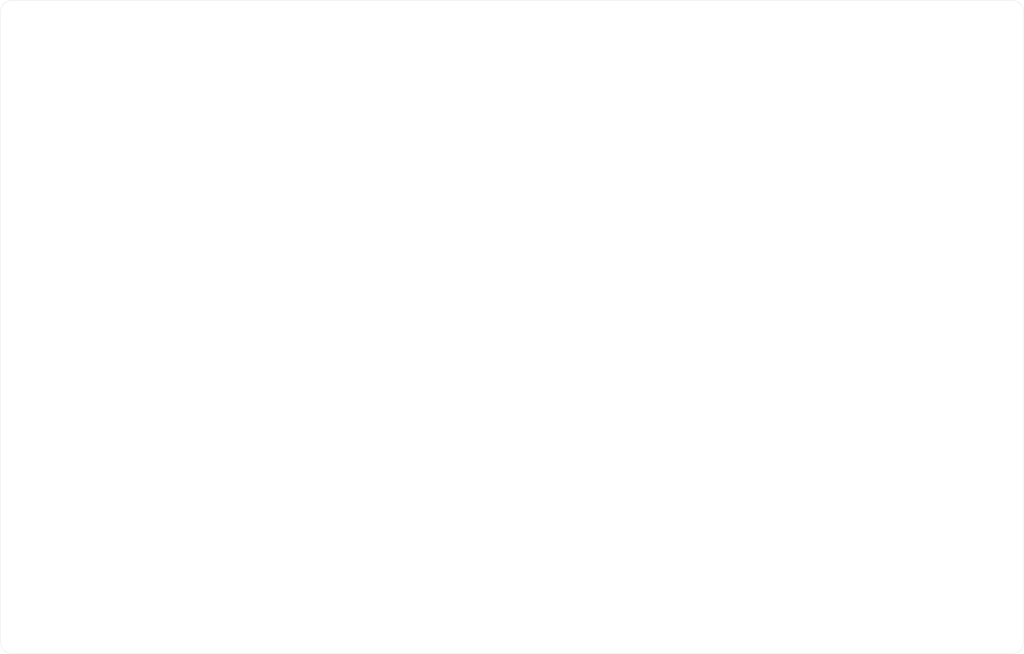
<source format=kicad_pcb>
(kicad_pcb (version 20240108) (generator "pcbnew") (generator_version "8.0")
  (layers (0 "F.Cu" signal) (31 "B.Cu" signal) (34 "B.Paste" user) (35 "F.Paste" user) (36 "B.SilkS" user "B.Silkscreen") (37 "F.SilkS" user "F.Silkscreen") (38 "B.Mask" user) (39 "F.Mask" user) (44 "Edge.Cuts" user))
  (net 0 "")
  (footprint "kbd_Hole:m2_Screw_Hole" (layer "F.Cu") (at 147.6375 23.8125)
    (property "Reference" "Ref**")
    (property "Value" "Val**")
    (pad "" np_thru_hole circle (at 0 0) (size 2.2 2.2) (drill 2.2) (layers "*.Cu" "*.Mask"))
  )
  (footprint "kbd_Hole:m2_Screw_Hole" (layer "F.Cu") (at 142.875 85.725)
    (property "Reference" "Ref**")
    (property "Value" "Val**")
    (pad "" np_thru_hole circle (at 0 0) (size 2.2 2.2) (drill 2.2) (layers "*.Cu" "*.Mask"))
  )
  (footprint "kbd_Hole:m2_Screw_Hole" (layer "F.Cu") (at 90.4875 104.775)
    (property "Reference" "Ref**")
    (property "Value" "Val**")
    (pad "" np_thru_hole circle (at 0 0) (size 2.2 2.2) (drill 2.2) (layers "*.Cu" "*.Mask"))
  )
  (footprint "kbd_Hole:m2_Screw_Hole" (layer "F.Cu") (at 21.43125 140.49375)
    (property "Reference" "Ref**")
    (property "Value" "Val**")
    (pad "" np_thru_hole circle (at 0 0) (size 2.2 2.2) (drill 2.2) (layers "*.Cu" "*.Mask"))
  )
  (footprint "kbd_Hole:m2_Screw_Hole" (layer "F.Cu") (at 209.55 140.49375)
    (property "Reference" "Ref**")
    (property "Value" "Val**")
    (pad "" np_thru_hole circle (at 0 0) (size 2.2 2.2) (drill 2.2) (layers "*.Cu" "*.Mask"))
  )
  (footprint "kbd_Hole:m2_Screw_Hole" (layer "F.Cu") (at 209.55 47.625)
    (property "Reference" "Ref**")
    (property "Value" "Val**")
    (pad "" np_thru_hole circle (at 0 0) (size 2.2 2.2) (drill 2.2) (layers "*.Cu" "*.Mask"))
  )
  (footprint "kbd_Hole:m2_Screw_Hole" (layer "F.Cu") (at 21.43125 23.8125)
    (property "Reference" "Ref**")
    (property "Value" "Val**")
    (pad "" np_thru_hole circle (at 0 0) (size 2.2 2.2) (drill 2.2) (layers "*.Cu" "*.Mask"))
  )
  (footprint "kbd_Hole:m2_Screw_Hole" (layer "F.Cu") (at 71.4375 47.625)
    (property "Reference" "Ref**")
    (property "Value" "Val**")
    (pad "" np_thru_hole circle (at 0 0) (size 2.2 2.2) (drill 2.2) (layers "*.Cu" "*.Mask"))
  )
  (gr_line (start 211.93125 145.25625) (end 19.05 145.25625) (stroke (width 0.05)) (layer "Edge.Cuts"))
  (gr_arc (start 16.66875 21.43125) (mid 17.366202 19.747452) (end 19.05 19.05) (stroke (width 0.05)) (layer "Edge.Cuts"))
  (gr_arc (start 19.05 145.25625) (mid 17.366202 144.558798) (end 16.66875 142.875) (stroke (width 0.05)) (layer "Edge.Cuts"))
  (gr_line (start 16.66875 142.875) (end 16.66875 21.43125) (stroke (width 0.05)) (layer "Edge.Cuts"))
  (gr_line (start 214.3125 21.43125) (end 214.3125 142.875) (stroke (width 0.05)) (layer "Edge.Cuts"))
  (gr_line (start 211.93125 19.05) (end 19.05 19.05) (stroke (width 0.05)) (layer "Edge.Cuts"))
  (gr_arc (start 214.3125 142.875) (mid 213.615048 144.558798) (end 211.93125 145.25625) (stroke (width 0.05)) (layer "Edge.Cuts"))
  (gr_arc (start 211.93125 19.05) (mid 213.615066 19.747449) (end 214.3125 21.43125) (stroke (width 0.05)) (layer "Edge.Cuts"))
)
</source>
